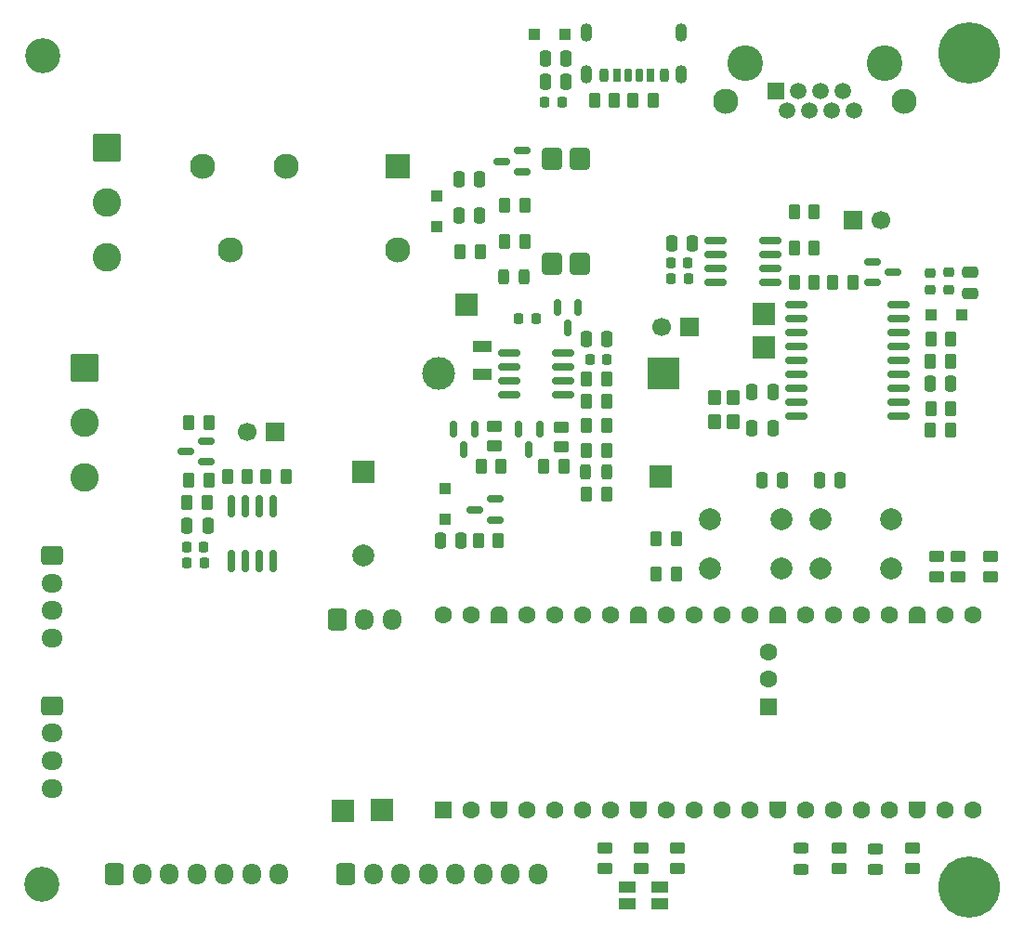
<source format=gbr>
%TF.GenerationSoftware,KiCad,Pcbnew,9.0.6-rc2*%
%TF.CreationDate,2025-10-26T22:09:16+01:00*%
%TF.ProjectId,CAN,43414e2e-6b69-4636-9164-5f7063625858,rev?*%
%TF.SameCoordinates,Original*%
%TF.FileFunction,Soldermask,Top*%
%TF.FilePolarity,Negative*%
%FSLAX46Y46*%
G04 Gerber Fmt 4.6, Leading zero omitted, Abs format (unit mm)*
G04 Created by KiCad (PCBNEW 9.0.6-rc2) date 2025-10-26 22:09:16*
%MOMM*%
%LPD*%
G01*
G04 APERTURE LIST*
G04 Aperture macros list*
%AMRoundRect*
0 Rectangle with rounded corners*
0 $1 Rounding radius*
0 $2 $3 $4 $5 $6 $7 $8 $9 X,Y pos of 4 corners*
0 Add a 4 corners polygon primitive as box body*
4,1,4,$2,$3,$4,$5,$6,$7,$8,$9,$2,$3,0*
0 Add four circle primitives for the rounded corners*
1,1,$1+$1,$2,$3*
1,1,$1+$1,$4,$5*
1,1,$1+$1,$6,$7*
1,1,$1+$1,$8,$9*
0 Add four rect primitives between the rounded corners*
20,1,$1+$1,$2,$3,$4,$5,0*
20,1,$1+$1,$4,$5,$6,$7,0*
20,1,$1+$1,$6,$7,$8,$9,0*
20,1,$1+$1,$8,$9,$2,$3,0*%
%AMFreePoly0*
4,1,37,0.603843,0.796157,0.639018,0.796157,0.711114,0.766294,0.766294,0.711114,0.796157,0.639018,0.796157,0.603843,0.800000,0.600000,0.800000,-0.600000,0.796157,-0.603843,0.796157,-0.639018,0.766294,-0.711114,0.711114,-0.766294,0.639018,-0.796157,0.603843,-0.796157,0.600000,-0.800000,0.000000,-0.800000,0.000000,-0.796148,-0.078414,-0.796148,-0.232228,-0.765552,-0.377117,-0.705537,
-0.507515,-0.618408,-0.618408,-0.507515,-0.705537,-0.377117,-0.765552,-0.232228,-0.796148,-0.078414,-0.796148,0.078414,-0.765552,0.232228,-0.705537,0.377117,-0.618408,0.507515,-0.507515,0.618408,-0.377117,0.705537,-0.232228,0.765552,-0.078414,0.796148,0.000000,0.796148,0.000000,0.800000,0.600000,0.800000,0.603843,0.796157,0.603843,0.796157,$1*%
%AMFreePoly1*
4,1,37,0.000000,0.796148,0.078414,0.796148,0.232228,0.765552,0.377117,0.705537,0.507515,0.618408,0.618408,0.507515,0.705537,0.377117,0.765552,0.232228,0.796148,0.078414,0.796148,-0.078414,0.765552,-0.232228,0.705537,-0.377117,0.618408,-0.507515,0.507515,-0.618408,0.377117,-0.705537,0.232228,-0.765552,0.078414,-0.796148,0.000000,-0.796148,0.000000,-0.800000,-0.600000,-0.800000,
-0.603843,-0.796157,-0.639018,-0.796157,-0.711114,-0.766294,-0.766294,-0.711114,-0.796157,-0.639018,-0.796157,-0.603843,-0.800000,-0.600000,-0.800000,0.600000,-0.796157,0.603843,-0.796157,0.639018,-0.766294,0.711114,-0.711114,0.766294,-0.639018,0.796157,-0.603843,0.796157,-0.600000,0.800000,0.000000,0.800000,0.000000,0.796148,0.000000,0.796148,$1*%
G04 Aperture macros list end*
%ADD10RoundRect,0.200000X0.600000X-0.600000X0.600000X0.600000X-0.600000X0.600000X-0.600000X-0.600000X0*%
%ADD11C,1.600000*%
%ADD12FreePoly0,90.000000*%
%ADD13FreePoly1,90.000000*%
%ADD14R,1.600000X1.600000*%
%ADD15RoundRect,0.250000X-1.050000X1.050000X-1.050000X-1.050000X1.050000X-1.050000X1.050000X1.050000X0*%
%ADD16C,2.600000*%
%ADD17RoundRect,0.225000X0.225000X0.250000X-0.225000X0.250000X-0.225000X-0.250000X0.225000X-0.250000X0*%
%ADD18RoundRect,0.250000X0.250000X0.475000X-0.250000X0.475000X-0.250000X-0.475000X0.250000X-0.475000X0*%
%ADD19RoundRect,0.250000X-0.250000X-0.475000X0.250000X-0.475000X0.250000X0.475000X-0.250000X0.475000X0*%
%ADD20RoundRect,0.250000X0.350000X-0.450000X0.350000X0.450000X-0.350000X0.450000X-0.350000X-0.450000X0*%
%ADD21RoundRect,0.150000X-0.825000X-0.150000X0.825000X-0.150000X0.825000X0.150000X-0.825000X0.150000X0*%
%ADD22RoundRect,0.250000X0.450000X-0.262500X0.450000X0.262500X-0.450000X0.262500X-0.450000X-0.262500X0*%
%ADD23C,2.000000*%
%ADD24RoundRect,0.249999X0.640001X-0.750001X0.640001X0.750001X-0.640001X0.750001X-0.640001X-0.750001X0*%
%ADD25RoundRect,0.175000X0.175000X0.425000X-0.175000X0.425000X-0.175000X-0.425000X0.175000X-0.425000X0*%
%ADD26RoundRect,0.190000X-0.190000X-0.410000X0.190000X-0.410000X0.190000X0.410000X-0.190000X0.410000X0*%
%ADD27RoundRect,0.200000X-0.200000X-0.400000X0.200000X-0.400000X0.200000X0.400000X-0.200000X0.400000X0*%
%ADD28RoundRect,0.175000X-0.175000X-0.425000X0.175000X-0.425000X0.175000X0.425000X-0.175000X0.425000X0*%
%ADD29RoundRect,0.190000X0.190000X0.410000X-0.190000X0.410000X-0.190000X-0.410000X0.190000X-0.410000X0*%
%ADD30RoundRect,0.200000X0.200000X0.400000X-0.200000X0.400000X-0.200000X-0.400000X0.200000X-0.400000X0*%
%ADD31O,1.100000X1.700000*%
%ADD32RoundRect,0.250000X0.262500X0.450000X-0.262500X0.450000X-0.262500X-0.450000X0.262500X-0.450000X0*%
%ADD33RoundRect,0.250000X0.475000X-0.250000X0.475000X0.250000X-0.475000X0.250000X-0.475000X-0.250000X0*%
%ADD34RoundRect,0.218750X-0.218750X-0.256250X0.218750X-0.256250X0.218750X0.256250X-0.218750X0.256250X0*%
%ADD35R,2.000000X2.000000*%
%ADD36RoundRect,0.250000X-0.600000X-0.725000X0.600000X-0.725000X0.600000X0.725000X-0.600000X0.725000X0*%
%ADD37O,1.700000X1.950000*%
%ADD38R,1.700000X1.700000*%
%ADD39C,1.700000*%
%ADD40RoundRect,0.250000X0.300000X-0.300000X0.300000X0.300000X-0.300000X0.300000X-0.300000X-0.300000X0*%
%ADD41RoundRect,0.150000X0.587500X0.150000X-0.587500X0.150000X-0.587500X-0.150000X0.587500X-0.150000X0*%
%ADD42RoundRect,0.250000X-0.725000X0.600000X-0.725000X-0.600000X0.725000X-0.600000X0.725000X0.600000X0*%
%ADD43O,1.950000X1.700000*%
%ADD44RoundRect,0.250000X-0.262500X-0.450000X0.262500X-0.450000X0.262500X0.450000X-0.262500X0.450000X0*%
%ADD45RoundRect,0.150000X-0.150000X0.587500X-0.150000X-0.587500X0.150000X-0.587500X0.150000X0.587500X0*%
%ADD46C,3.200000*%
%ADD47RoundRect,0.250000X-0.450000X0.262500X-0.450000X-0.262500X0.450000X-0.262500X0.450000X0.262500X0*%
%ADD48C,3.250000*%
%ADD49R,1.500000X1.500000*%
%ADD50C,1.500000*%
%ADD51C,2.300000*%
%ADD52R,2.300000X2.300000*%
%ADD53RoundRect,0.250000X0.300000X0.300000X-0.300000X0.300000X-0.300000X-0.300000X0.300000X-0.300000X0*%
%ADD54RoundRect,0.218750X0.256250X-0.218750X0.256250X0.218750X-0.256250X0.218750X-0.256250X-0.218750X0*%
%ADD55R,1.800000X1.000000*%
%ADD56RoundRect,0.225000X-0.225000X-0.250000X0.225000X-0.250000X0.225000X0.250000X-0.225000X0.250000X0*%
%ADD57C,5.600000*%
%ADD58R,1.500000X1.100000*%
%ADD59RoundRect,0.150000X0.150000X-0.825000X0.150000X0.825000X-0.150000X0.825000X-0.150000X-0.825000X0*%
%ADD60RoundRect,0.243750X0.243750X0.456250X-0.243750X0.456250X-0.243750X-0.456250X0.243750X-0.456250X0*%
%ADD61RoundRect,0.150000X-0.875000X-0.150000X0.875000X-0.150000X0.875000X0.150000X-0.875000X0.150000X0*%
%ADD62RoundRect,0.243750X0.456250X-0.243750X0.456250X0.243750X-0.456250X0.243750X-0.456250X-0.243750X0*%
%ADD63RoundRect,0.150000X-0.587500X-0.150000X0.587500X-0.150000X0.587500X0.150000X-0.587500X0.150000X0*%
%ADD64RoundRect,0.225000X0.250000X-0.225000X0.250000X0.225000X-0.250000X0.225000X-0.250000X-0.225000X0*%
%ADD65R,3.000000X3.000000*%
%ADD66C,3.000000*%
G04 APERTURE END LIST*
D10*
%TO.C,A1*%
X159570000Y-119080000D03*
D11*
X162110000Y-119080000D03*
D12*
X164650000Y-119080000D03*
D11*
X167190000Y-119080000D03*
X169730000Y-119080000D03*
X172270000Y-119080000D03*
X174810000Y-119080000D03*
D12*
X177350000Y-119080000D03*
D11*
X179890000Y-119080000D03*
X182430000Y-119080000D03*
X184970000Y-119080000D03*
X187510000Y-119080000D03*
D12*
X190050000Y-119080000D03*
D11*
X192590000Y-119080000D03*
X195130000Y-119080000D03*
X197670000Y-119080000D03*
X200210000Y-119080000D03*
D12*
X202750000Y-119080000D03*
D11*
X205290000Y-119080000D03*
X207830000Y-119080000D03*
X207830000Y-101300000D03*
X205290000Y-101300000D03*
D13*
X202750000Y-101300000D03*
D11*
X200210000Y-101300000D03*
X197670000Y-101300000D03*
X195130000Y-101300000D03*
X192590000Y-101300000D03*
D13*
X190050000Y-101300000D03*
D11*
X187510000Y-101300000D03*
X184970000Y-101300000D03*
X182430000Y-101300000D03*
X179890000Y-101300000D03*
D13*
X177350000Y-101300000D03*
D11*
X174810000Y-101300000D03*
X172270000Y-101300000D03*
X169730000Y-101300000D03*
X167190000Y-101300000D03*
D13*
X164650000Y-101300000D03*
D11*
X162110000Y-101300000D03*
X159570000Y-101300000D03*
D14*
X189200000Y-109690000D03*
D11*
X189200000Y-104690000D03*
X189200000Y-107190000D03*
%TD*%
D15*
%TO.C,J9*%
X126900000Y-78800000D03*
D16*
X126900000Y-83800000D03*
X126900000Y-88800000D03*
%TD*%
D17*
%TO.C,C6*%
X181850000Y-69200000D03*
X180300000Y-69200000D03*
%TD*%
%TO.C,C8*%
X137752500Y-95100000D03*
X136202500Y-95100000D03*
%TD*%
D18*
%TO.C,C14*%
X161200000Y-94500000D03*
X159300000Y-94500000D03*
%TD*%
D19*
%TO.C,C2*%
X187700000Y-84300000D03*
X189600000Y-84300000D03*
%TD*%
D20*
%TO.C,Y1*%
X185950000Y-83700000D03*
X185950000Y-81500000D03*
X184250000Y-81500000D03*
X184250000Y-83700000D03*
%TD*%
D21*
%TO.C,U4*%
X165550000Y-77390000D03*
X165550000Y-78660000D03*
X165550000Y-79930000D03*
X165550000Y-81200000D03*
X170500000Y-81200000D03*
X170500000Y-79930000D03*
X170500000Y-78660000D03*
X170500000Y-77390000D03*
%TD*%
D22*
%TO.C,R2*%
X206500000Y-97800000D03*
X206500000Y-95975000D03*
%TD*%
D23*
%TO.C,SW1*%
X193900000Y-92600000D03*
X200400000Y-92600000D03*
X193900000Y-97100000D03*
X200400000Y-97100000D03*
%TD*%
D24*
%TO.C,U5*%
X169430000Y-69265000D03*
X171970000Y-69265000D03*
X171970000Y-59735000D03*
X169430000Y-59735000D03*
%TD*%
D19*
%TO.C,C18*%
X168870000Y-50600000D03*
X170770000Y-50600000D03*
%TD*%
D25*
%TO.C,J1*%
X177450000Y-52080000D03*
D26*
X175430000Y-52080000D03*
D27*
X174200000Y-52080000D03*
D28*
X176450000Y-52080000D03*
D29*
X178470000Y-52080000D03*
D30*
X179700000Y-52080000D03*
D31*
X181270000Y-52000000D03*
X181270000Y-48200000D03*
X172630000Y-52000000D03*
X172630000Y-48200000D03*
%TD*%
D32*
%TO.C,R13*%
X145252500Y-88700000D03*
X143427500Y-88700000D03*
%TD*%
D23*
%TO.C,SW2*%
X183900000Y-92600000D03*
X190400000Y-92600000D03*
X183900000Y-97100000D03*
X190400000Y-97100000D03*
%TD*%
D22*
%TO.C,R3*%
X204500000Y-97812500D03*
X204500000Y-95987500D03*
%TD*%
D33*
%TO.C,C4*%
X207600000Y-72000000D03*
X207600000Y-70100000D03*
%TD*%
D18*
%TO.C,C7*%
X182250000Y-67400000D03*
X180350000Y-67400000D03*
%TD*%
D32*
%TO.C,R23*%
X164837500Y-87782500D03*
X163012500Y-87782500D03*
%TD*%
D18*
%TO.C,C1*%
X189600000Y-81000000D03*
X187700000Y-81000000D03*
%TD*%
D34*
%TO.C,L4*%
X166425000Y-74300000D03*
X168000000Y-74300000D03*
%TD*%
D18*
%TO.C,C13*%
X162900000Y-64900000D03*
X161000000Y-64900000D03*
%TD*%
D35*
%TO.C,TP4*%
X188800000Y-73900000D03*
%TD*%
D36*
%TO.C,J5*%
X129600000Y-124900000D03*
D37*
X132100000Y-124900000D03*
X134600000Y-124900000D03*
X137100000Y-124900000D03*
X139600000Y-124900000D03*
X142100000Y-124900000D03*
X144600000Y-124900000D03*
%TD*%
D38*
%TO.C,JP3*%
X182000000Y-75100000D03*
D39*
X179460000Y-75100000D03*
%TD*%
D40*
%TO.C,D8*%
X159700000Y-92600000D03*
X159700000Y-89800000D03*
%TD*%
D32*
%TO.C,R6*%
X205800000Y-76200000D03*
X203975000Y-76200000D03*
%TD*%
D41*
%TO.C,D3*%
X137977500Y-87350000D03*
X137977500Y-85450000D03*
X136102500Y-86400000D03*
%TD*%
D32*
%TO.C,R16*%
X138190000Y-89050000D03*
X136365000Y-89050000D03*
%TD*%
D42*
%TO.C,J2*%
X123900000Y-95900000D03*
D43*
X123900000Y-98400000D03*
X123900000Y-100900000D03*
X123900000Y-103400000D03*
%TD*%
D44*
%TO.C,R21*%
X172600000Y-86300000D03*
X174425000Y-86300000D03*
%TD*%
D45*
%TO.C,Q1*%
X168337500Y-84395000D03*
X166437500Y-84395000D03*
X167387500Y-86270000D03*
%TD*%
D18*
%TO.C,C5*%
X205787500Y-80200000D03*
X203887500Y-80200000D03*
%TD*%
D32*
%TO.C,R35*%
X178670000Y-54400000D03*
X176845000Y-54400000D03*
%TD*%
D38*
%TO.C,JP2*%
X144240000Y-84600000D03*
D39*
X141700000Y-84600000D03*
%TD*%
D46*
%TO.C,H3*%
X123100000Y-50300000D03*
%TD*%
D22*
%TO.C,R33*%
X174300000Y-124412500D03*
X174300000Y-122587500D03*
%TD*%
D35*
%TO.C,TP2*%
X150400000Y-119200000D03*
%TD*%
D32*
%TO.C,R28*%
X162912500Y-68200000D03*
X161087500Y-68200000D03*
%TD*%
D40*
%TO.C,D7*%
X159000000Y-65900000D03*
X159000000Y-63100000D03*
%TD*%
D35*
%TO.C,TP3*%
X188800000Y-76900000D03*
%TD*%
D34*
%TO.C,L2*%
X180300000Y-70700000D03*
X181875000Y-70700000D03*
%TD*%
D19*
%TO.C,C17*%
X168870000Y-52700000D03*
X170770000Y-52700000D03*
%TD*%
D32*
%TO.C,R18*%
X174425000Y-81795000D03*
X172600000Y-81795000D03*
%TD*%
D44*
%TO.C,R8*%
X191525000Y-64530000D03*
X193350000Y-64530000D03*
%TD*%
%TO.C,R36*%
X173357500Y-54400000D03*
X175182500Y-54400000D03*
%TD*%
D47*
%TO.C,R24*%
X170337500Y-84195000D03*
X170337500Y-86020000D03*
%TD*%
D44*
%TO.C,R4*%
X203975000Y-82500000D03*
X205800000Y-82500000D03*
%TD*%
D48*
%TO.C,J6*%
X187050000Y-51050000D03*
X199750000Y-51050000D03*
D49*
X189840000Y-53590000D03*
D50*
X190856000Y-55370000D03*
X191872000Y-53590000D03*
X192888000Y-55370000D03*
X193904000Y-53590000D03*
X194920000Y-55370000D03*
X195936000Y-53590000D03*
X196952000Y-55370000D03*
D51*
X185270000Y-54480000D03*
X201530000Y-54480000D03*
%TD*%
D42*
%TO.C,J3*%
X123900000Y-109600000D03*
D43*
X123900000Y-112100000D03*
X123900000Y-114600000D03*
X123900000Y-117100000D03*
%TD*%
D44*
%TO.C,R10*%
X191525000Y-71030000D03*
X193350000Y-71030000D03*
%TD*%
D38*
%TO.C,JP1*%
X196900000Y-65300000D03*
D39*
X199440000Y-65300000D03*
%TD*%
D52*
%TO.C,K1*%
X155375000Y-60400000D03*
D51*
X145215000Y-60400000D03*
X137595000Y-60400000D03*
X140135000Y-68020000D03*
X155375000Y-68020000D03*
%TD*%
D35*
%TO.C,TP1*%
X154000000Y-119100000D03*
%TD*%
D53*
%TO.C,D10*%
X170670000Y-48400000D03*
X167870000Y-48400000D03*
%TD*%
D36*
%TO.C,J7*%
X149900000Y-101700000D03*
D37*
X152400000Y-101700000D03*
X154900000Y-101700000D03*
%TD*%
D44*
%TO.C,R5*%
X203962500Y-84500000D03*
X205787500Y-84500000D03*
%TD*%
D19*
%TO.C,C11*%
X172575000Y-76195000D03*
X174475000Y-76195000D03*
%TD*%
D44*
%TO.C,R12*%
X139915000Y-88700000D03*
X141740000Y-88700000D03*
%TD*%
D32*
%TO.C,R14*%
X138052500Y-91100000D03*
X136227500Y-91100000D03*
%TD*%
%TO.C,R11*%
X196862500Y-71030000D03*
X195037500Y-71030000D03*
%TD*%
D44*
%TO.C,R25*%
X168712500Y-87795000D03*
X170537500Y-87795000D03*
%TD*%
D32*
%TO.C,R20*%
X174425000Y-90300000D03*
X172600000Y-90300000D03*
%TD*%
D34*
%TO.C,L3*%
X136190000Y-96600000D03*
X137765000Y-96600000D03*
%TD*%
D47*
%TO.C,R22*%
X164200000Y-84100000D03*
X164200000Y-85925000D03*
%TD*%
D22*
%TO.C,R34*%
X180900000Y-124412500D03*
X180900000Y-122587500D03*
%TD*%
D54*
%TO.C,L1*%
X203900000Y-71687500D03*
X203900000Y-70112500D03*
%TD*%
D45*
%TO.C,D4*%
X171875000Y-73257500D03*
X169975000Y-73257500D03*
X170925000Y-75132500D03*
%TD*%
D32*
%TO.C,R27*%
X180812500Y-97600000D03*
X178987500Y-97600000D03*
%TD*%
D18*
%TO.C,C16*%
X190500000Y-89000000D03*
X188600000Y-89000000D03*
%TD*%
D44*
%TO.C,R19*%
X172600000Y-84000000D03*
X174425000Y-84000000D03*
%TD*%
%TO.C,R15*%
X136365000Y-83750000D03*
X138190000Y-83750000D03*
%TD*%
D35*
%TO.C,TP6*%
X161700000Y-73000000D03*
%TD*%
D55*
%TO.C,Y2*%
X163100000Y-79345000D03*
X163100000Y-76845000D03*
%TD*%
D56*
%TO.C,C10*%
X172935000Y-77995000D03*
X174485000Y-77995000D03*
%TD*%
D44*
%TO.C,R7*%
X203962500Y-78200000D03*
X205787500Y-78200000D03*
%TD*%
D57*
%TO.C,H2*%
X207500000Y-50100000D03*
%TD*%
D22*
%TO.C,R1*%
X209400000Y-97825000D03*
X209400000Y-96000000D03*
%TD*%
D58*
%TO.C,D9*%
X179300000Y-127637500D03*
X176300000Y-127637500D03*
X176300000Y-126137500D03*
X179300000Y-126137500D03*
%TD*%
D34*
%TO.C,L5*%
X168795000Y-54575000D03*
X170370000Y-54575000D03*
%TD*%
D41*
%TO.C,Q3*%
X166800000Y-60900000D03*
X166800000Y-59000000D03*
X164925000Y-59950000D03*
%TD*%
D59*
%TO.C,U3*%
X140260000Y-96375000D03*
X141530000Y-96375000D03*
X142800000Y-96375000D03*
X144070000Y-96375000D03*
X144070000Y-91425000D03*
X142800000Y-91425000D03*
X141530000Y-91425000D03*
X140260000Y-91425000D03*
%TD*%
D44*
%TO.C,R26*%
X178987500Y-94400000D03*
X180812500Y-94400000D03*
%TD*%
%TO.C,R31*%
X162775000Y-94500000D03*
X164600000Y-94500000D03*
%TD*%
D60*
%TO.C,D6*%
X166937500Y-70500000D03*
X165062500Y-70500000D03*
%TD*%
D45*
%TO.C,Q2*%
X162400000Y-84382500D03*
X160500000Y-84382500D03*
X161450000Y-86257500D03*
%TD*%
D22*
%TO.C,R32*%
X177600000Y-124412500D03*
X177600000Y-122587500D03*
%TD*%
D61*
%TO.C,U1*%
X191750000Y-73020000D03*
X191750000Y-74290000D03*
X191750000Y-75560000D03*
X191750000Y-76830000D03*
X191750000Y-78100000D03*
X191750000Y-79370000D03*
X191750000Y-80640000D03*
X191750000Y-81910000D03*
X191750000Y-83180000D03*
X201050000Y-83180000D03*
X201050000Y-81910000D03*
X201050000Y-80640000D03*
X201050000Y-79370000D03*
X201050000Y-78100000D03*
X201050000Y-76830000D03*
X201050000Y-75560000D03*
X201050000Y-74290000D03*
X201050000Y-73020000D03*
%TD*%
D21*
%TO.C,U2*%
X184375000Y-67225000D03*
X184375000Y-68495000D03*
X184375000Y-69765000D03*
X184375000Y-71035000D03*
X189325000Y-71035000D03*
X189325000Y-69765000D03*
X189325000Y-68495000D03*
X189325000Y-67225000D03*
%TD*%
D19*
%TO.C,C15*%
X193850000Y-89000000D03*
X195750000Y-89000000D03*
%TD*%
D46*
%TO.C,H4*%
X123000000Y-125900000D03*
%TD*%
D36*
%TO.C,J4*%
X150700000Y-124900000D03*
D37*
X153200000Y-124900000D03*
X155700000Y-124900000D03*
X158200000Y-124900000D03*
X160700000Y-124900000D03*
X163200000Y-124900000D03*
X165700000Y-124900000D03*
X168200000Y-124900000D03*
%TD*%
D22*
%TO.C,R37*%
X195600000Y-124412500D03*
X195600000Y-122587500D03*
%TD*%
D18*
%TO.C,C12*%
X162900000Y-61600000D03*
X161000000Y-61600000D03*
%TD*%
D62*
%TO.C,D11*%
X192200000Y-124475000D03*
X192200000Y-122600000D03*
%TD*%
D44*
%TO.C,R30*%
X165175000Y-67300000D03*
X167000000Y-67300000D03*
%TD*%
D18*
%TO.C,C9*%
X138127500Y-93200000D03*
X136227500Y-93200000D03*
%TD*%
D41*
%TO.C,Q7*%
X164337500Y-92650000D03*
X164337500Y-90750000D03*
X162462500Y-91700000D03*
%TD*%
D60*
%TO.C,D5*%
X174425000Y-88300000D03*
X172550000Y-88300000D03*
%TD*%
D44*
%TO.C,R9*%
X191525000Y-67830000D03*
X193350000Y-67830000D03*
%TD*%
D63*
%TO.C,D2*%
X198650000Y-69130000D03*
X198650000Y-71030000D03*
X200525000Y-70080000D03*
%TD*%
D35*
%TO.C,BZ1*%
X152300000Y-88300000D03*
D23*
X152300000Y-95900000D03*
%TD*%
D15*
%TO.C,J8*%
X128927500Y-58700000D03*
D16*
X128927500Y-63700000D03*
X128927500Y-68700000D03*
%TD*%
D22*
%TO.C,R38*%
X202300000Y-124425000D03*
X202300000Y-122600000D03*
%TD*%
D53*
%TO.C,D1*%
X206775000Y-74000000D03*
X203975000Y-74000000D03*
%TD*%
D32*
%TO.C,R17*%
X174425000Y-79795000D03*
X172600000Y-79795000D03*
%TD*%
D62*
%TO.C,D12*%
X198900000Y-124537500D03*
X198900000Y-122662500D03*
%TD*%
D57*
%TO.C,H1*%
X207500000Y-126100000D03*
%TD*%
D35*
%TO.C,TP5*%
X179400000Y-88700000D03*
%TD*%
D64*
%TO.C,C3*%
X205600000Y-71650000D03*
X205600000Y-70100000D03*
%TD*%
D44*
%TO.C,R29*%
X165187500Y-64000000D03*
X167012500Y-64000000D03*
%TD*%
D65*
%TO.C,BT1*%
X179670000Y-79295001D03*
D66*
X159180000Y-79295001D03*
%TD*%
M02*

</source>
